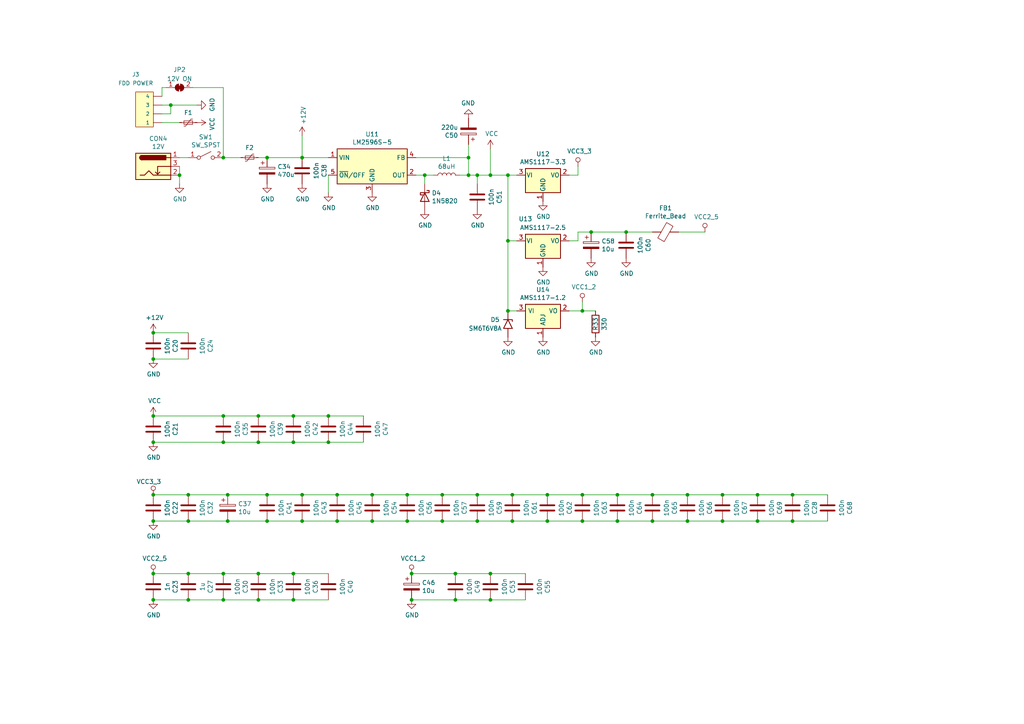
<source format=kicad_sch>
(kicad_sch (version 20250114) (generator "eeschema") (generator_version "9.0")
  (paper "A4")
  (title_block (title "Karabas Pro") (date "2026-02-23") (rev "F a4"))
  (lib_symbols
    (symbol "Connector:Barrel_Jack_Switch" (pin_names (hide yes))
      (property "Reference" "J" (at 0 5.334 0))
      (property "Value" "Barrel_Jack_Switch" (at 0 -5.08 0))
      (symbol "Barrel_Jack_Switch_0_1"
        (rectangle (start -5.08 3.81) (end 5.08 -3.81) (stroke (width 0.254)) (fill (type background)))
        (polyline (pts (xy -3.81 -2.54) (xy -2.54 -2.54) (xy -1.27 -1.27) (xy 0 -2.54) (xy 2.54 -2.54) (xy 5.08 -2.54)) (stroke (width 0.254)))
        (arc (start -3.302 1.905) (mid -3.9342 2.54) (end -3.302 3.175) (stroke (width 0.254)))
        (arc (start -3.302 1.905) (mid -3.9342 2.54) (end -3.302 3.175) (stroke (width 0.254)) (fill (type outline)))
        (polyline (pts (xy 1.27 -2.286) (xy 1.905 -1.651)) (stroke (width 0.254)))
        (rectangle (start 3.683 3.175) (end -3.302 1.905) (stroke (width 0.254)) (fill (type outline)))
        (polyline (pts (xy 5.08 2.54) (xy 3.81 2.54)) (stroke (width 0.254)))
        (polyline (pts (xy 5.08 0) (xy 1.27 0) (xy 1.27 -2.286) (xy 0.635 -1.651)) (stroke (width 0.254)))
      )
      (symbol "Barrel_Jack_Switch_1_1"
        (pin passive line (at 7.62 2.54 180) (length 2.54) (name "~") (number "1"))
        (pin passive line (at 7.62 0 180) (length 2.54) (name "~") (number "3"))
        (pin passive line (at 7.62 -2.54 180) (length 2.54) (name "~") (number "2"))
      )
    )
    (symbol "Device:C" (pin_numbers (hide yes)) (pin_names (offset 0.254))
      (property "Reference" "C" (at 0.635 2.54 0))
      (property "Value" "C" (at 0.635 -2.54 0))
      (symbol "C_0_1"
        (polyline (pts (xy -2.032 0.762) (xy 2.032 0.762)) (stroke (width 0.508)))
        (polyline (pts (xy -2.032 -0.762) (xy 2.032 -0.762)) (stroke (width 0.508)))
      )
      (symbol "C_1_1"
        (pin passive line (at 0 3.81 270) (length 2.794) (name "~") (number "1"))
        (pin passive line (at 0 -3.81 90) (length 2.794) (name "~") (number "2"))
      )
    )
    (symbol "Device:CP" (pin_numbers (hide yes)) (pin_names (offset 0.254))
      (property "Reference" "C" (at 0.635 2.54 0))
      (property "Value" "CP" (at 0.635 -2.54 0))
      (symbol "CP_0_1"
        (rectangle (start -2.286 0.508) (end 2.286 1.016))
        (polyline (pts (xy -1.778 2.286) (xy -0.762 2.286)))
        (polyline (pts (xy -1.27 2.794) (xy -1.27 1.778)))
        (rectangle (start 2.286 -0.508) (end -2.286 -1.016) (fill (type outline)))
      )
      (symbol "CP_1_1"
        (pin passive line (at 0 3.81 270) (length 2.794) (name "~") (number "1"))
        (pin passive line (at 0 -3.81 90) (length 2.794) (name "~") (number "2"))
      )
    )
    (symbol "Device:Ferrite_Bead" (pin_numbers (hide yes)) (pin_names (offset 0))
      (property "Reference" "FB" (at -3.81 0.635 90))
      (property "Value" "Ferrite_Bead" (at 3.81 0 90))
      (symbol "Ferrite_Bead_0_1"
        (polyline (pts (xy -2.7686 0.4064) (xy -1.7018 2.2606) (xy 2.7686 -0.3048) (xy 1.6764 -2.159) (xy -2.7686 0.4064)))
        (polyline (pts (xy 0 1.27) (xy 0 1.2954)))
        (polyline (pts (xy 0 -1.27) (xy 0 -1.2192)))
      )
      (symbol "Ferrite_Bead_1_1"
        (pin passive line (at 0 3.81 270) (length 2.54) (name "~") (number "1"))
        (pin passive line (at 0 -3.81 90) (length 2.54) (name "~") (number "2"))
      )
    )
    (symbol "Device:L" (pin_numbers (hide yes)) (pin_names (offset 1.016) (hide yes))
      (property "Reference" "L" (at -1.27 0 90))
      (property "Value" "L" (at 1.905 0 90))
      (symbol "L_0_1"
        (arc (start 0 2.54) (mid 0.6323 1.905) (end 0 1.27))
        (arc (start 0 1.27) (mid 0.6323 0.635) (end 0 0))
        (arc (start 0 0) (mid 0.6323 -0.635) (end 0 -1.27))
        (arc (start 0 -1.27) (mid 0.6323 -1.905) (end 0 -2.54))
      )
      (symbol "L_1_1"
        (pin passive line (at 0 3.81 270) (length 1.27) (name "1") (number "1"))
        (pin passive line (at 0 -3.81 90) (length 1.27) (name "2") (number "2"))
      )
    )
    (symbol "Device:Polyfuse_Small" (pin_numbers (hide yes)) (pin_names (offset 0))
      (property "Reference" "F" (at -1.905 0 90))
      (property "Value" "Polyfuse_Small" (at 1.905 0 90))
      (symbol "Polyfuse_Small_0_1"
        (polyline (pts (xy -1.016 1.27) (xy -1.016 0.762) (xy 1.016 -0.762) (xy 1.016 -1.27)))
        (rectangle (start -0.508 1.27) (end 0.508 -1.27))
        (polyline (pts (xy 0 2.54) (xy 0 -2.54)))
      )
      (symbol "Polyfuse_Small_1_1"
        (pin passive line (at 0 2.54 270) (length 0.635) (name "~") (number "1"))
        (pin passive line (at 0 -2.54 90) (length 0.635) (name "~") (number "2"))
      )
    )
    (symbol "Device:R" (pin_numbers (hide yes)) (pin_names (offset 0))
      (property "Reference" "R" (at 2.032 0 90))
      (property "Value" "R" (at 0 0 90))
      (symbol "R_0_1"
        (rectangle (start -1.016 -2.54) (end 1.016 2.54) (stroke (width 0.254)))
      )
      (symbol "R_1_1"
        (pin passive line (at 0 3.81 270) (length 1.27) (name "~") (number "1"))
        (pin passive line (at 0 -3.81 90) (length 1.27) (name "~") (number "2"))
      )
    )
    (symbol "Diode:1N5820" (pin_numbers (hide yes)) (pin_names (offset 1.016) (hide yes))
      (property "Reference" "D" (at 0 2.54 0))
      (property "Value" "1N5820" (at 0 -2.54 0))
      (symbol "1N5820_0_1"
        (polyline (pts (xy -1.905 0.635) (xy -1.905 1.27) (xy -1.27 1.27) (xy -1.27 -1.27) (xy -0.635 -1.27) (xy -0.635 -0.635)) (stroke (width 0.254)))
        (polyline (pts (xy 1.27 1.27) (xy 1.27 -1.27) (xy -1.27 0) (xy 1.27 1.27)) (stroke (width 0.254)))
        (polyline (pts (xy 1.27 0) (xy -1.27 0)))
      )
      (symbol "1N5820_1_1"
        (pin passive line (at -3.81 0 0) (length 2.54) (name "K") (number "1"))
        (pin passive line (at 3.81 0 180) (length 2.54) (name "A") (number "2"))
      )
    )
    (symbol "Diode:SM6T6V8A" (pin_numbers (hide yes)) (pin_names (offset 1.016) (hide yes))
      (property "Reference" "D" (at 0 2.54 0))
      (property "Value" "SM6T6V8A" (at 0 -2.54 0))
      (symbol "SM6T6V8A_0_1"
        (polyline (pts (xy -0.762 1.27) (xy -1.27 1.27) (xy -1.27 -1.27)) (stroke (width 0.254)))
        (polyline (pts (xy 1.27 1.27) (xy 1.27 -1.27) (xy -1.27 0) (xy 1.27 1.27)) (stroke (width 0.254)))
      )
      (symbol "SM6T6V8A_1_1"
        (pin passive line (at -3.81 0 0) (length 2.54) (name "A1") (number "1"))
        (pin passive line (at 3.81 0 180) (length 2.54) (name "A2") (number "2"))
      )
    )
    (symbol "Jumper:SolderJumper_2_Bridged" (pin_names (offset 0) (hide yes))
      (property "Reference" "JP" (at 0 2.032 0))
      (property "Value" "SolderJumper_2_Bridged" (at 0 -2.54 0))
      (symbol "SolderJumper_2_Bridged_0_1"
        (rectangle (start -0.508 0.508) (end 0.508 -0.508) (fill (type outline)))
        (polyline (pts (xy -0.254 1.016) (xy -0.254 -1.016)))
        (arc (start -0.254 -1.016) (mid -1.2655 0) (end -0.254 1.016))
        (arc (start -0.254 -1.016) (mid -1.2655 0) (end -0.254 1.016) (fill (type outline)))
        (arc (start 0.254 1.016) (mid 1.2655 0) (end 0.254 -1.016))
        (arc (start 0.254 1.016) (mid 1.2655 0) (end 0.254 -1.016) (fill (type outline)))
        (polyline (pts (xy 0.254 1.016) (xy 0.254 -1.016)))
      )
      (symbol "SolderJumper_2_Bridged_1_1"
        (pin passive line (at -3.81 0 0) (length 2.54) (name "A") (number "1"))
        (pin passive line (at 3.81 0 180) (length 2.54) (name "B") (number "2"))
      )
    )
    (symbol "Regulator_Linear:AMS1117" (pin_names (offset 0.762))
      (property "Reference" "U" (at -3.81 3.175 0))
      (property "Value" "AMS1117" (at 0 3.175 0))
      (symbol "AMS1117_0_1"
        (rectangle (start -5.08 -5.08) (end 5.08 1.905) (stroke (width 0.254)) (fill (type background)))
      )
      (symbol "AMS1117_1_1"
        (pin power_in line (at -7.62 0 0) (length 2.54) (name "VI") (number "3"))
        (pin input line (at 0 -7.62 90) (length 2.54) (name "ADJ") (number "1"))
        (pin power_out line (at 7.62 0 180) (length 2.54) (name "VO") (number "2"))
      )
    )
    (symbol "Regulator_Linear:AMS1117-2.5" (pin_names (offset 0.254))
      (property "Reference" "U" (at -3.81 3.175 0))
      (property "Value" "AMS1117-2.5" (at 0 3.175 0))
      (symbol "AMS1117-2.5_0_1"
        (rectangle (start -5.08 -5.08) (end 5.08 1.905) (stroke (width 0.254)) (fill (type background)))
      )
      (symbol "AMS1117-2.5_1_1"
        (pin power_in line (at -7.62 0 0) (length 2.54) (name "VI") (number "3"))
        (pin power_in line (at 0 -7.62 90) (length 2.54) (name "GND") (number "1"))
        (pin power_out line (at 7.62 0 180) (length 2.54) (name "VO") (number "2"))
      )
    )
    (symbol "Regulator_Linear:AMS1117-3.3" (pin_names (offset 0.254))
      (property "Reference" "U" (at -3.81 3.175 0))
      (property "Value" "AMS1117-3.3" (at 0 3.175 0))
      (symbol "AMS1117-3.3_0_1"
        (rectangle (start -5.08 -5.08) (end 5.08 1.905) (stroke (width 0.254)) (fill (type background)))
      )
      (symbol "AMS1117-3.3_1_1"
        (pin power_in line (at -7.62 0 0) (length 2.54) (name "VI") (number "3"))
        (pin power_in line (at 0 -7.62 90) (length 2.54) (name "GND") (number "1"))
        (pin power_out line (at 7.62 0 180) (length 2.54) (name "VO") (number "2"))
      )
    )
    (symbol "Regulator_Switching:LM2596S-5"
      (property "Reference" "U" (at -10.16 6.35 0))
      (property "Value" "LM2596S-5" (at 0 6.35 0))
      (symbol "LM2596S-5_0_1"
        (rectangle (start -10.16 5.08) (end 10.16 -5.08) (stroke (width 0.254)) (fill (type background)))
      )
      (symbol "LM2596S-5_1_1"
        (pin power_in line (at -12.7 2.54 0) (length 2.54) (name "VIN") (number "1"))
        (pin input line (at -12.7 -2.54 0) (length 2.54) (name "~{ON}/OFF") (number "5"))
        (pin power_in line (at 0 -7.62 90) (length 2.54) (name "GND") (number "3"))
        (pin input line (at 12.7 2.54 180) (length 2.54) (name "FB") (number "4"))
        (pin output line (at 12.7 -2.54 180) (length 2.54) (name "OUT") (number "2"))
      )
    )
    (symbol "SparkFun-Connectors:CONN_04" (pin_numbers (hide yes)) (pin_names (offset 1.016))
      (property "Reference" "J" (at -5.08 10.16 0))
      (property "Value" "CONN_04" (at -5.08 -3.81 0))
      (property "Field4" "CONN-09696" (at 0 13.97 0))
      (symbol "CONN_04_0_1"
        (rectangle (start 0 -1.27) (end -5.08 8.89) (fill (type background)))
      )
      (symbol "CONN_04_1_1"
        (pin passive line (at 2.54 7.62 180) (length 2.54) (name "4") (number "4"))
        (pin passive line (at 2.54 5.08 180) (length 2.54) (name "3") (number "3"))
        (pin passive line (at 2.54 2.54 180) (length 2.54) (name "2") (number "2"))
        (pin passive line (at 2.54 0 180) (length 2.54) (name "1") (number "1"))
      )
    )
    (symbol "Switch:SW_SPST" (pin_names (offset 0) (hide yes))
      (property "Reference" "SW" (at 0 3.175 0))
      (property "Value" "SW_SPST" (at 0 -2.54 0))
      (symbol "SW_SPST_0_0"
        (circle (center -2.032 0) (radius 0.508))
        (polyline (pts (xy -1.524 0.254) (xy 1.524 1.778)))
        (circle (center 2.032 0) (radius 0.508))
      )
      (symbol "SW_SPST_1_1"
        (pin passive line (at -5.08 0 0) (length 2.54) (name "A") (number "1"))
        (pin passive line (at 5.08 0 180) (length 2.54) (name "B") (number "2"))
      )
    )
    (symbol "power:+12V" (power) (pin_names (offset 0))
      (property "Value" "+12V" (at 0 3.556 0))
      (symbol "+12V_0_1"
        (polyline (pts (xy -0.762 1.27) (xy 0 2.54)))
        (polyline (pts (xy 0 2.54) (xy 0.762 1.27)))
        (polyline (pts (xy 0 0) (xy 0 2.54)))
      )
      (symbol "+12V_1_1"
        (pin power_in line (at 0 0 90) (length 0) (hide yes) (name "+12V") (number "1"))
      )
    )
    (symbol "power:GND" (power) (pin_names (offset 0))
      (property "Value" "GND" (at 0 -3.81 0))
      (symbol "GND_0_1"
        (polyline (pts (xy 0 0) (xy 0 -1.27) (xy 1.27 -1.27) (xy 0 -2.54) (xy -1.27 -1.27) (xy 0 -1.27)))
      )
      (symbol "GND_1_1"
        (pin power_in line (at 0 0 270) (length 0) (hide yes) (name "GND") (number "1"))
      )
    )
    (symbol "power:VCC" (power) (pin_names (offset 0))
      (property "Value" "VCC" (at 0 3.81 0))
      (symbol "VCC_0_1"
        (polyline (pts (xy -0.762 1.27) (xy 0 2.54)))
        (polyline (pts (xy 0 2.54) (xy 0.762 1.27)))
        (polyline (pts (xy 0 0) (xy 0 2.54)))
      )
      (symbol "VCC_1_1"
        (pin power_in line (at 0 0 90) (length 0) (hide yes) (name "VCC") (number "1"))
      )
    )
    (symbol "vcc12:VCC1_2" (power) (pin_names (offset 0))
      (property "Value" "VCC1_2" (at 0 3.81 0))
      (symbol "VCC1_2_0_1"
        (circle (center 0 1.905) (radius 0.635))
        (polyline (pts (xy 0 0) (xy 0 1.27)))
      )
      (symbol "VCC1_2_1_1"
        (pin power_in line (at 0 0 90) (length 0) (hide yes) (name "VCC1_2") (number "1"))
      )
    )
    (symbol "vcc25:VCC2_5" (power) (pin_names (offset 0))
      (property "Value" "VCC2_5" (at 0 3.81 0))
      (symbol "VCC2_5_0_1"
        (circle (center 0 1.905) (radius 0.635))
        (polyline (pts (xy 0 0) (xy 0 1.27)))
      )
      (symbol "VCC2_5_1_1"
        (pin power_in line (at 0 0 90) (length 0) (hide yes) (name "VCC2_5") (number "1"))
      )
    )
    (symbol "vcc33:VCC3_3" (power) (pin_names (offset 0))
      (property "Value" "VCC3_3" (at 0 3.81 0))
      (symbol "VCC3_3_0_1"
        (circle (center 0 1.905) (radius 0.635))
        (polyline (pts (xy 0 0) (xy 0 1.27)))
      )
      (symbol "VCC3_3_1_1"
        (pin power_in line (at 0 0 90) (length 0) (hide yes) (name "VCC3_3") (number "1"))
      )
    )
  )
  (junction (at 85.09 120.65))
  (junction (at 171.45 67.31))
  (junction (at 95.25 128.27))
  (junction (at 147.32 90.17))
  (junction (at 158.75 143.51))
  (junction (at 44.45 151.13))
  (junction (at 229.87 151.13))
  (junction (at 119.38 166.37))
  (junction (at 148.59 143.51))
  (junction (at 179.07 143.51))
  (junction (at 229.87 143.51))
  (junction (at 189.23 151.13))
  (junction (at 209.55 151.13))
  (junction (at 54.61 173.99))
  (junction (at 135.89 50.8))
  (junction (at 219.71 151.13))
  (junction (at 189.23 143.51))
  (junction (at 77.47 143.51))
  (junction (at 168.91 90.17))
  (junction (at 181.61 67.31))
  (junction (at 118.11 143.51))
  (junction (at 54.61 151.13))
  (junction (at 128.27 143.51))
  (junction (at 132.08 166.37))
  (junction (at 87.63 45.72))
  (junction (at 138.43 50.8))
  (junction (at 64.77 166.37))
  (junction (at 142.24 50.8))
  (junction (at 85.09 128.27))
  (junction (at 199.39 151.13))
  (junction (at 64.77 45.72))
  (junction (at 74.93 166.37))
  (junction (at 158.75 151.13))
  (junction (at 44.45 104.14))
  (junction (at 64.77 173.99))
  (junction (at 135.89 45.72))
  (junction (at 44.45 120.65))
  (junction (at 49.53 30.48))
  (junction (at 123.19 50.8))
  (junction (at 74.93 120.65))
  (junction (at 54.61 143.51))
  (junction (at 44.45 143.51))
  (junction (at 87.63 151.13))
  (junction (at 74.93 128.27))
  (junction (at 44.45 96.52))
  (junction (at 77.47 45.72))
  (junction (at 179.07 151.13))
  (junction (at 168.91 151.13))
  (junction (at 219.71 143.51))
  (junction (at 97.79 151.13))
  (junction (at 147.32 69.85))
  (junction (at 87.63 143.51))
  (junction (at 209.55 143.51))
  (junction (at 119.38 173.99))
  (junction (at 64.77 128.27))
  (junction (at 142.24 173.99))
  (junction (at 85.09 166.37))
  (junction (at 44.45 166.37))
  (junction (at 148.59 151.13))
  (junction (at 132.08 173.99))
  (junction (at 128.27 151.13))
  (junction (at 147.32 50.8))
  (junction (at 199.39 143.51))
  (junction (at 95.25 120.65))
  (junction (at 97.79 143.51))
  (junction (at 138.43 143.51))
  (junction (at 66.04 151.13))
  (junction (at 54.61 166.37))
  (junction (at 118.11 151.13))
  (junction (at 64.77 120.65))
  (junction (at 74.93 173.99))
  (junction (at 77.47 151.13))
  (junction (at 168.91 143.51))
  (junction (at 138.43 151.13))
  (junction (at 66.04 143.51))
  (junction (at 107.95 143.51))
  (junction (at 142.24 166.37))
  (junction (at 52.07 50.8))
  (junction (at 44.45 173.99))
  (junction (at 85.09 173.99))
  (junction (at 107.95 151.13))
  (junction (at 44.45 128.27))
  (wire (pts (xy 74.93 120.65) (xy 85.09 120.65)))
  (wire (pts (xy 148.59 143.51) (xy 158.75 143.51)))
  (wire (pts (xy 147.32 50.8) (xy 149.86 50.8)))
  (wire (pts (xy 152.4 173.99) (xy 142.24 173.99)))
  (wire (pts (xy 85.09 173.99) (xy 74.93 173.99)))
  (wire (pts (xy 49.53 33.02) (xy 49.53 30.48)))
  (wire (pts (xy 128.27 143.51) (xy 138.43 143.51)))
  (wire (pts (xy 64.77 166.37) (xy 74.93 166.37)))
  (wire (pts (xy 44.45 143.51) (xy 54.61 143.51)))
  (wire (pts (xy 123.19 53.34) (xy 123.19 50.8)))
  (wire (pts (xy 179.07 143.51) (xy 168.91 143.51)))
  (wire (pts (xy 133.35 50.8) (xy 135.89 50.8)))
  (wire (pts (xy 54.61 96.52) (xy 44.45 96.52)))
  (wire (pts (xy 107.95 143.51) (xy 118.11 143.51)))
  (wire (pts (xy 64.77 128.27) (xy 74.93 128.27)))
  (wire (pts (xy 54.61 166.37) (xy 64.77 166.37)))
  (wire (pts (xy 199.39 151.13) (xy 189.23 151.13)))
  (wire (pts (xy 128.27 151.13) (xy 118.11 151.13)))
  (wire (pts (xy 44.45 120.65) (xy 64.77 120.65)))
  (wire (pts (xy 199.39 143.51) (xy 189.23 143.51)))
  (wire (pts (xy 54.61 173.99) (xy 64.77 173.99)))
  (wire (pts (xy 46.99 30.48) (xy 49.53 30.48)))
  (wire (pts (xy 85.09 128.27) (xy 74.93 128.27)))
  (wire (pts (xy 135.89 41.91) (xy 135.89 45.72)))
  (wire (pts (xy 132.08 166.37) (xy 142.24 166.37)))
  (wire (pts (xy 171.45 67.31) (xy 181.61 67.31)))
  (wire (pts (xy 149.86 69.85) (xy 147.32 69.85)))
  (wire (pts (xy 85.09 120.65) (xy 95.25 120.65)))
  (wire (pts (xy 95.25 50.8) (xy 95.25 55.88)))
  (wire (pts (xy 147.32 90.17) (xy 147.32 69.85)))
  (wire (pts (xy 87.63 143.51) (xy 97.79 143.51)))
  (wire (pts (xy 219.71 143.51) (xy 229.87 143.51)))
  (wire (pts (xy 189.23 151.13) (xy 179.07 151.13)))
  (wire (pts (xy 209.55 143.51) (xy 199.39 143.51)))
  (wire (pts (xy 165.1 50.8) (xy 167.64 50.8)))
  (wire (pts (xy 148.59 151.13) (xy 158.75 151.13)))
  (wire (pts (xy 167.64 69.85) (xy 167.64 67.31)))
  (wire (pts (xy 118.11 143.51) (xy 128.27 143.51)))
  (wire (pts (xy 172.72 90.17) (xy 168.91 90.17)))
  (wire (pts (xy 46.99 33.02) (xy 49.53 33.02)))
  (wire (pts (xy 209.55 151.13) (xy 199.39 151.13)))
  (wire (pts (xy 44.45 151.13) (xy 54.61 151.13)))
  (wire (pts (xy 209.55 143.51) (xy 219.71 143.51)))
  (wire (pts (xy 142.24 166.37) (xy 152.4 166.37)))
  (wire (pts (xy 138.43 50.8) (xy 142.24 50.8)))
  (wire (pts (xy 77.47 143.51) (xy 87.63 143.51)))
  (wire (pts (xy 119.38 166.37) (xy 132.08 166.37)))
  (wire (pts (xy 52.07 45.72) (xy 54.61 45.72)))
  (wire (pts (xy 55.88 25.4) (xy 64.77 25.4)))
  (wire (pts (xy 165.1 90.17) (xy 168.91 90.17)))
  (wire (pts (xy 168.91 151.13) (xy 158.75 151.13)))
  (wire (pts (xy 49.53 30.48) (xy 57.15 30.48)))
  (wire (pts (xy 44.45 128.27) (xy 64.77 128.27)))
  (wire (pts (xy 44.45 173.99) (xy 54.61 173.99)))
  (wire (pts (xy 46.99 25.4) (xy 46.99 27.94)))
  (wire (pts (xy 167.64 50.8) (xy 167.64 48.26)))
  (wire (pts (xy 87.63 39.37) (xy 87.63 45.72)))
  (wire (pts (xy 135.89 45.72) (xy 135.89 50.8)))
  (wire (pts (xy 87.63 151.13) (xy 97.79 151.13)))
  (wire (pts (xy 147.32 69.85) (xy 147.32 50.8)))
  (wire (pts (xy 66.04 143.51) (xy 77.47 143.51)))
  (wire (pts (xy 52.07 50.8) (xy 52.07 53.34)))
  (wire (pts (xy 95.25 120.65) (xy 105.41 120.65)))
  (wire (pts (xy 54.61 104.14) (xy 44.45 104.14)))
  (wire (pts (xy 189.23 143.51) (xy 179.07 143.51)))
  (wire (pts (xy 196.85 67.31) (xy 204.47 67.31)))
  (wire (pts (xy 229.87 143.51) (xy 240.03 143.51)))
  (wire (pts (xy 219.71 151.13) (xy 229.87 151.13)))
  (wire (pts (xy 44.45 166.37) (xy 54.61 166.37)))
  (wire (pts (xy 77.47 45.72) (xy 87.63 45.72)))
  (wire (pts (xy 54.61 143.51) (xy 66.04 143.51)))
  (wire (pts (xy 48.26 25.4) (xy 46.99 25.4)))
  (wire (pts (xy 142.24 50.8) (xy 147.32 50.8)))
  (wire (pts (xy 165.1 69.85) (xy 167.64 69.85)))
  (wire (pts (xy 149.86 90.17) (xy 147.32 90.17)))
  (wire (pts (xy 229.87 151.13) (xy 240.03 151.13)))
  (wire (pts (xy 87.63 45.72) (xy 95.25 45.72)))
  (wire (pts (xy 120.65 45.72) (xy 135.89 45.72)))
  (wire (pts (xy 74.93 45.72) (xy 77.47 45.72)))
  (wire (pts (xy 97.79 143.51) (xy 107.95 143.51)))
  (wire (pts (xy 52.07 48.26) (xy 52.07 50.8)))
  (wire (pts (xy 179.07 151.13) (xy 168.91 151.13)))
  (wire (pts (xy 209.55 151.13) (xy 219.71 151.13)))
  (wire (pts (xy 69.85 45.72) (xy 64.77 45.72)))
  (wire (pts (xy 64.77 120.65) (xy 74.93 120.65)))
  (wire (pts (xy 46.99 35.56) (xy 52.07 35.56)))
  (wire (pts (xy 85.09 166.37) (xy 95.25 166.37)))
  (wire (pts (xy 168.91 90.17) (xy 168.91 87.63)))
  (wire (pts (xy 138.43 53.34) (xy 138.43 50.8)))
  (wire (pts (xy 97.79 151.13) (xy 107.95 151.13)))
  (wire (pts (xy 148.59 151.13) (xy 138.43 151.13)))
  (wire (pts (xy 132.08 173.99) (xy 119.38 173.99)))
  (wire (pts (xy 181.61 67.31) (xy 189.23 67.31)))
  (wire (pts (xy 118.11 151.13) (xy 107.95 151.13)))
  (wire (pts (xy 95.25 128.27) (xy 105.41 128.27)))
  (wire (pts (xy 77.47 151.13) (xy 87.63 151.13)))
  (wire (pts (xy 74.93 166.37) (xy 85.09 166.37)))
  (wire (pts (xy 168.91 143.51) (xy 158.75 143.51)))
  (wire (pts (xy 95.25 173.99) (xy 85.09 173.99)))
  (wire (pts (xy 142.24 173.99) (xy 132.08 173.99)))
  (wire (pts (xy 120.65 50.8) (xy 123.19 50.8)))
  (wire (pts (xy 66.04 151.13) (xy 77.47 151.13)))
  (wire (pts (xy 138.43 151.13) (xy 128.27 151.13)))
  (wire (pts (xy 167.64 67.31) (xy 171.45 67.31)))
  (wire (pts (xy 123.19 50.8) (xy 125.73 50.8)))
  (wire (pts (xy 138.43 143.51) (xy 148.59 143.51)))
  (wire (pts (xy 74.93 173.99) (xy 64.77 173.99)))
  (wire (pts (xy 135.89 50.8) (xy 138.43 50.8)))
  (wire (pts (xy 142.24 43.18) (xy 142.24 50.8)))
  (wire (pts (xy 95.25 128.27) (xy 85.09 128.27)))
  (wire (pts (xy 64.77 25.4) (xy 64.77 45.72)))
  (wire (pts (xy 54.61 151.13) (xy 66.04 151.13)))
  (symbol (lib_id "Jumper:SolderJumper_2_Bridged") (at 52.07 25.4 0) (unit 1)
    (property "Reference" "JP2" (at 52.07 20.193 0))
    (property "Value" "12V ON" (at 52.07 22.86 0))
    (property "Footprint" "Jumper:SolderJumper-2_P1.3mm_Bridged_Pad1.0x1.5mm" (effects (hide yes)))
  )
  (symbol (lib_id "Device:C") (at 179.07 147.32 0) (unit 1)
    (property "Reference" "C64" (at 185.4708 147.32 90))
    (property "Value" "100n" (at 183.1594 147.32 90))
    (property "Footprint" "Capacitor_SMD:C_0805_2012Metric_Pad1.18x1.45mm_HandSolder" (effects (hide yes)))
  )
  (symbol (lib_id "Device:Polyfuse_Small") (at 72.39 45.72 90) (unit 1)
    (property "Reference" "F2" (at 72.39 42.8498 90))
    (property "Value" "Polyfuse_Small" (effects (hide yes)))
    (property "Footprint" "Fuse:Fuse_1812_4532Metric_Pad1.30x3.40mm_HandSolder" (effects (hide yes)))
  )
  (symbol (lib_id "power:GND") (at 119.38 173.99 0) (unit 1)
    (property "Reference" "#PWR098" (effects (hide yes)))
    (property "Value" "GND" (at 119.507 178.3842 0))
  )
  (symbol (lib_id "vcc25:VCC2_5") (at 204.47 67.31 0) (unit 1)
    (property "Reference" "#PWR0112" (effects (hide yes)))
    (property "Value" "VCC2_5" (at 204.9018 62.9158 0))
  )
  (symbol (lib_id "power:VCC") (at 44.45 120.65 0) (unit 1)
    (property "Reference" "#PWR083" (effects (hide yes)))
    (property "Value" "VCC" (at 44.831 116.2558 0))
  )
  (symbol (lib_id "vcc12:VCC1_2") (at 168.91 87.63 0) (unit 1)
    (property "Reference" "#PWR0108" (effects (hide yes)))
    (property "Value" "VCC1_2" (at 169.3418 83.2358 0))
  )
  (symbol (lib_id "Device:CP") (at 66.04 147.32 0) (unit 1)
    (property "Reference" "C37" (at 69.0372 146.1516 0) (effects (justify left)))
    (property "Value" "10u" (at 69.0372 148.463 0) (effects (justify left)))
    (property "Footprint" "footprints:CP_EIA-7343-31_Kemet-D-uni" (effects (hide yes)))
  )
  (symbol (lib_id "Device:C") (at 44.45 100.33 0) (unit 1)
    (property "Reference" "C20" (at 50.8508 100.33 90))
    (property "Value" "100n" (at 48.5394 100.33 90))
    (property "Footprint" "Capacitor_SMD:C_0805_2012Metric_Pad1.18x1.45mm_HandSolder" (effects (hide yes)))
  )
  (symbol (lib_id "power:VCC") (at 57.15 35.56 270) (unit 1)
    (property "Reference" "#PWR091" (effects (hide yes)))
    (property "Value" "VCC" (at 61.5442 35.941 0))
  )
  (symbol (lib_id "vcc33:VCC3_3") (at 44.45 143.51 0) (unit 1)
    (property "Reference" "#PWR085" (effects (hide yes)))
    (property "Value" "VCC3_3" (at 43.18 139.7 0))
  )
  (symbol (lib_id "Device:C") (at 181.61 71.12 0) (unit 1)
    (property "Reference" "C60" (at 188.0108 71.12 90))
    (property "Value" "100n" (at 185.6994 71.12 90))
    (property "Footprint" "Capacitor_SMD:C_0805_2012Metric_Pad1.18x1.45mm_HandSolder" (effects (hide yes)))
  )
  (symbol (lib_id "power:GND") (at 107.95 55.88 0) (unit 1)
    (property "Reference" "#PWR096" (effects (hide yes)))
    (property "Value" "GND" (at 108.077 60.2742 0))
  )
  (symbol (lib_id "Device:C") (at 158.75 147.32 0) (unit 1)
    (property "Reference" "C62" (at 165.1508 147.32 90))
    (property "Value" "100n" (at 162.8394 147.32 90))
    (property "Footprint" "Capacitor_SMD:C_0805_2012Metric_Pad1.18x1.45mm_HandSolder" (effects (hide yes)))
  )
  (symbol (lib_id "power:+12V") (at 87.63 39.37 0) (unit 1)
    (property "Reference" "#PWR093" (effects (hide yes)))
    (property "Value" "+12V" (at 88.011 36.1188 90) (effects (justify left)))
  )
  (symbol (lib_id "Device:C") (at 54.61 170.18 0) (unit 1)
    (property "Reference" "C27" (at 61.0108 170.18 90))
    (property "Value" "1u" (at 58.6994 170.18 90))
    (property "Footprint" "Capacitor_SMD:C_0805_2012Metric_Pad1.18x1.45mm_HandSolder" (effects (hide yes)))
  )
  (symbol (lib_id "power:GND") (at 44.45 104.14 0) (unit 1)
    (property "Reference" "#PWR082" (effects (hide yes)))
    (property "Value" "GND" (at 44.577 108.5342 0))
  )
  (symbol (lib_id "Regulator_Switching:LM2596S-5") (at 107.95 48.26 0) (unit 1)
    (property "Reference" "U11" (at 107.95 38.9382 0))
    (property "Value" "LM2596S-5" (at 107.95 41.2496 0))
    (property "Footprint" "Package_TO_SOT_SMD:TO-263-5_TabPin3" (effects (hide yes)))
    (property "Datasheet" "http://www.ti.com/lit/ds/symlink/lm2596.pdf" (effects (hide yes)))
  )
  (symbol (lib_id "power:GND") (at 87.63 53.34 0) (unit 1)
    (property "Reference" "#PWR094" (effects (hide yes)))
    (property "Value" "GND" (at 87.757 57.7342 0))
  )
  (symbol (lib_id "Connector:Barrel_Jack_Switch") (at 44.45 48.26 0) (unit 1)
    (property "Reference" "CON4" (at 45.8978 40.2082 0))
    (property "Value" "12V" (at 45.8978 42.5196 0))
    (property "Footprint" "Connector_BarrelJack:BarrelJack_Wuerth_6941xx301002" (effects (hide yes)))
  )
  (symbol (lib_id "Device:C") (at 142.24 170.18 0) (unit 1)
    (property "Reference" "C53" (at 148.6408 170.18 90))
    (property "Value" "100n" (at 146.3294 170.18 90))
    (property "Footprint" "Capacitor_SMD:C_0805_2012Metric_Pad1.18x1.45mm_HandSolder" (effects (hide yes)))
  )
  (symbol (lib_id "Device:C") (at 74.93 170.18 0) (unit 1)
    (property "Reference" "C33" (at 81.3308 170.18 90))
    (property "Value" "100n" (at 79.0194 170.18 90))
    (property "Footprint" "Capacitor_SMD:C_0805_2012Metric_Pad1.18x1.45mm_HandSolder" (effects (hide yes)))
  )
  (symbol (lib_id "Device:Polyfuse_Small") (at 54.61 35.56 90) (unit 1)
    (property "Reference" "F1" (at 54.61 32.6898 90))
    (property "Value" "Polyfuse_Small" (effects (hide yes)))
    (property "Footprint" "Fuse:Fuse_1812_4532Metric_Pad1.30x3.40mm_HandSolder" (effects (hide yes)))
  )
  (symbol (lib_id "Device:C") (at 118.11 147.32 0) (unit 1)
    (property "Reference" "C56" (at 124.5108 147.32 90))
    (property "Value" "100n" (at 122.1994 147.32 90))
    (property "Footprint" "Capacitor_SMD:C_0805_2012Metric_Pad1.18x1.45mm_HandSolder" (effects (hide yes)))
  )
  (symbol (lib_id "Device:L") (at 129.54 50.8 90) (unit 1)
    (property "Reference" "L1" (at 129.54 45.974 90))
    (property "Value" "68uH" (at 129.54 48.2854 90))
    (property "Footprint" "Inductor_SMD:L_12x12mm_H6mm" (effects (hide yes)))
  )
  (symbol (lib_id "power:GND") (at 95.25 55.88 0) (unit 1)
    (property "Reference" "#PWR095" (effects (hide yes)))
    (property "Value" "GND" (at 95.377 60.2742 0))
  )
  (symbol (lib_id "Device:C") (at 87.63 147.32 0) (unit 1)
    (property "Reference" "C43" (at 94.0308 147.32 90))
    (property "Value" "100n" (at 91.7194 147.32 90))
    (property "Footprint" "Capacitor_SMD:C_0805_2012Metric_Pad1.18x1.45mm_HandSolder" (effects (hide yes)))
  )
  (symbol (lib_id "Regulator_Linear:AMS1117-3.3") (at 157.48 50.8 0) (unit 1)
    (property "Reference" "U12" (at 157.48 44.6532 0))
    (property "Value" "AMS1117-3.3" (at 157.48 46.9646 0))
    (property "Footprint" "Package_TO_SOT_SMD:TO-252-2" (effects (hide yes)))
    (property "Datasheet" "http://www.advanced-monolithic.com/pdf/ds1117.pdf" (effects (hide yes)))
  )
  (symbol (lib_id "Device:C") (at 44.45 170.18 0) (unit 1)
    (property "Reference" "C23" (at 50.8508 170.18 90))
    (property "Value" "1n" (at 48.5394 170.18 90))
    (property "Footprint" "Capacitor_SMD:C_0805_2012Metric_Pad1.18x1.45mm_HandSolder" (effects (hide yes)))
  )
  (symbol (lib_id "SparkFun-Connectors:CONN_04") (at 44.45 35.56 0) (unit 1)
    (property "Reference" "J3" (at 39.37 21.59 0) (effects (font (size 1.143 1.143))))
    (property "Value" "FDD POWER" (at 39.37 24.13 0) (effects (font (size 1.143 1.143))))
    (property "Footprint" "Connector_PinHeader_2.54mm:PinHeader_1x04_P2.54mm_Vertical" (effects (hide yes)))
    (property "Field4" "CONN-09696" (effects (hide yes)))
  )
  (symbol (lib_id "power:GND") (at 44.45 128.27 0) (unit 1)
    (property "Reference" "#PWR084" (effects (hide yes)))
    (property "Value" "GND" (at 44.577 132.6642 0))
  )
  (symbol (lib_id "power:GND") (at 147.32 97.79 0) (unit 1)
    (property "Reference" "#PWR0103" (effects (hide yes)))
    (property "Value" "GND" (at 147.447 102.1842 0))
  )
  (symbol (lib_id "Regulator_Linear:AMS1117") (at 157.48 90.17 0) (unit 1)
    (property "Reference" "U14" (at 157.48 84.0232 0))
    (property "Value" "AMS1117-1.2" (at 157.48 86.3346 0))
    (property "Footprint" "Package_TO_SOT_SMD:SOT-223-3_TabPin2" (effects (hide yes)))
    (property "Datasheet" "http://www.advanced-monolithic.com/pdf/ds1117.pdf" (effects (hide yes)))
  )
  (symbol (lib_id "Device:C") (at 64.77 124.46 0) (unit 1)
    (property "Reference" "C35" (at 71.1708 124.46 90))
    (property "Value" "100n" (at 68.8594 124.46 90))
    (property "Footprint" "Capacitor_SMD:C_0805_2012Metric_Pad1.18x1.45mm_HandSolder" (effects (hide yes)))
  )
  (symbol (lib_id "Device:C") (at 85.09 170.18 0) (unit 1)
    (property "Reference" "C36" (at 91.4908 170.18 90))
    (property "Value" "100n" (at 89.1794 170.18 90))
    (property "Footprint" "Capacitor_SMD:C_0805_2012Metric_Pad1.18x1.45mm_HandSolder" (effects (hide yes)))
  )
  (symbol (lib_id "power:GND") (at 57.15 30.48 90) (unit 1)
    (property "Reference" "#PWR090" (effects (hide yes)))
    (property "Value" "GND" (at 61.5442 30.353 0))
  )
  (symbol (lib_id "power:GND") (at 157.48 97.79 0) (unit 1)
    (property "Reference" "#PWR0106" (effects (hide yes)))
    (property "Value" "GND" (at 157.607 102.1842 0))
  )
  (symbol (lib_id "Device:C") (at 209.55 147.32 0) (unit 1)
    (property "Reference" "C67" (at 215.9508 147.32 90))
    (property "Value" "100n" (at 213.6394 147.32 90))
    (property "Footprint" "Capacitor_SMD:C_0805_2012Metric_Pad1.18x1.45mm_HandSolder" (effects (hide yes)))
  )
  (symbol (lib_id "vcc12:VCC1_2") (at 119.38 166.37 0) (unit 1)
    (property "Reference" "#PWR097" (effects (hide yes)))
    (property "Value" "VCC1_2" (at 119.8118 161.9758 0))
  )
  (symbol (lib_id "Device:C") (at 229.87 147.32 0) (unit 1)
    (property "Reference" "C28" (at 236.2708 147.32 90))
    (property "Value" "100n" (at 233.9594 147.32 90))
    (property "Footprint" "Capacitor_SMD:C_0805_2012Metric_Pad1.18x1.45mm_HandSolder" (effects (hide yes)))
  )
  (symbol (lib_id "power:+12V") (at 44.45 96.52 0) (unit 1)
    (property "Reference" "#PWR081" (effects (hide yes)))
    (property "Value" "+12V" (at 44.831 92.1258 0))
  )
  (symbol (lib_id "power:GND") (at 157.48 58.42 0) (unit 1)
    (property "Reference" "#PWR0104" (effects (hide yes)))
    (property "Value" "GND" (at 157.607 62.8142 0))
  )
  (symbol (lib_id "Device:C") (at 54.61 100.33 0) (unit 1)
    (property "Reference" "C24" (at 61.0108 100.33 90))
    (property "Value" "100n" (at 58.6994 100.33 90))
    (property "Footprint" "Capacitor_SMD:C_0805_2012Metric_Pad1.18x1.45mm_HandSolder" (effects (hide yes)))
  )
  (symbol (lib_id "Regulator_Linear:AMS1117-2.5") (at 157.48 69.85 0) (unit 1)
    (property "Reference" "U13" (at 152.4 63.5 0))
    (property "Value" "AMS1117-2.5" (at 157.48 66.0146 0))
    (property "Footprint" "Package_TO_SOT_SMD:SOT-223-3_TabPin2" (effects (hide yes)))
    (property "Datasheet" "http://www.advanced-monolithic.com/pdf/ds1117.pdf" (effects (hide yes)))
  )
  (symbol (lib_id "power:VCC") (at 142.24 43.18 0) (unit 1)
    (property "Reference" "#PWR0102" (effects (hide yes)))
    (property "Value" "VCC" (at 142.621 38.7858 0))
  )
  (symbol (lib_id "Device:C") (at 128.27 147.32 0) (unit 1)
    (property "Reference" "C57" (at 134.6708 147.32 90))
    (property "Value" "100n" (at 132.3594 147.32 90))
    (property "Footprint" "Capacitor_SMD:C_0805_2012Metric_Pad1.18x1.45mm_HandSolder" (effects (hide yes)))
  )
  (symbol (lib_id "Device:C") (at 199.39 147.32 0) (unit 1)
    (property "Reference" "C66" (at 205.7908 147.32 90))
    (property "Value" "100n" (at 203.4794 147.32 90))
    (property "Footprint" "Capacitor_SMD:C_0805_2012Metric_Pad1.18x1.45mm_HandSolder" (effects (hide yes)))
  )
  (symbol (lib_id "Device:C") (at 107.95 147.32 0) (unit 1)
    (property "Reference" "C54" (at 114.3508 147.32 90))
    (property "Value" "100n" (at 112.0394 147.32 90))
    (property "Footprint" "Capacitor_SMD:C_0805_2012Metric_Pad1.18x1.45mm_HandSolder" (effects (hide yes)))
  )
  (symbol (lib_id "Device:C") (at 87.63 49.53 0) (unit 1)
    (property "Reference" "C38" (at 94.0308 49.53 90))
    (property "Value" "100n" (at 91.7194 49.53 90))
    (property "Footprint" "Capacitor_SMD:C_0805_2012Metric_Pad1.18x1.45mm_HandSolder" (effects (hide yes)))
  )
  (symbol (lib_id "Device:Ferrite_Bead") (at 193.04 67.31 90) (unit 1)
    (property "Reference" "FB1" (at 193.04 60.3504 90))
    (property "Value" "Ferrite_Bead" (at 193.04 62.6618 90))
    (property "Footprint" "Inductor_SMD:L_0805_2012Metric_Pad1.15x1.40mm_HandSolder" (effects (hide yes)))
  )
  (symbol (lib_id "Device:C") (at 138.43 57.15 0) (unit 1)
    (property "Reference" "C51" (at 144.8308 57.15 90))
    (property "Value" "100n" (at 142.5194 57.15 90))
    (property "Footprint" "Capacitor_SMD:C_0805_2012Metric_Pad1.18x1.45mm_HandSolder" (effects (hide yes)))
  )
  (symbol (lib_id "Device:CP") (at 171.45 71.12 0) (unit 1)
    (property "Reference" "C58" (at 174.4472 69.9516 0) (effects (justify left)))
    (property "Value" "10u" (at 174.4472 72.263 0) (effects (justify left)))
    (property "Footprint" "footprints:CP_EIA-7343-31_Kemet-D-uni" (effects (hide yes)))
  )
  (symbol (lib_id "Device:C") (at 64.77 170.18 0) (unit 1)
    (property "Reference" "C30" (at 71.1708 170.18 90))
    (property "Value" "100n" (at 68.8594 170.18 90))
    (property "Footprint" "Capacitor_SMD:C_0805_2012Metric_Pad1.18x1.45mm_HandSolder" (effects (hide yes)))
  )
  (symbol (lib_id "Device:C") (at 132.08 170.18 0) (unit 1)
    (property "Reference" "C49" (at 138.4808 170.18 90))
    (property "Value" "100n" (at 136.1694 170.18 90))
    (property "Footprint" "Capacitor_SMD:C_0805_2012Metric_Pad1.18x1.45mm_HandSolder" (effects (hide yes)))
  )
  (symbol (lib_id "power:GND") (at 44.45 173.99 0) (unit 1)
    (property "Reference" "#PWR088" (effects (hide yes)))
    (property "Value" "GND" (at 44.577 178.3842 0))
  )
  (symbol (lib_id "power:GND") (at 157.48 77.47 0) (unit 1)
    (property "Reference" "#PWR0105" (effects (hide yes)))
    (property "Value" "GND" (at 157.607 81.8642 0))
  )
  (symbol (lib_id "Switch:SW_SPST") (at 59.69 45.72 0) (unit 1)
    (property "Reference" "SW1" (at 59.69 39.751 0))
    (property "Value" "SW_SPST" (at 59.69 42.0624 0))
    (property "Footprint" "Button_Switch_THT:SW_Slide_SPDT_Angled_CK_OS102011MA1Q" (effects (hide yes)))
  )
  (symbol (lib_id "Device:CP") (at 77.47 49.53 0) (unit 1)
    (property "Reference" "C34" (at 80.4672 48.3616 0) (effects (justify left)))
    (property "Value" "470u" (at 80.4672 50.673 0) (effects (justify left)))
    (property "Footprint" "Capacitor_THT:CP_Radial_D8.0mm_P3.80mm" (effects (hide yes)))
  )
  (symbol (lib_id "power:GND") (at 171.45 74.93 0) (unit 1)
    (property "Reference" "#PWR0109" (effects (hide yes)))
    (property "Value" "GND" (at 171.577 79.3242 0))
  )
  (symbol (lib_id "Device:C") (at 219.71 147.32 0) (unit 1)
    (property "Reference" "C69" (at 226.1108 147.32 90))
    (property "Value" "100n" (at 223.7994 147.32 90))
    (property "Footprint" "Capacitor_SMD:C_0805_2012Metric_Pad1.18x1.45mm_HandSolder" (effects (hide yes)))
  )
  (symbol (lib_id "power:GND") (at 181.61 74.93 0) (unit 1)
    (property "Reference" "#PWR0111" (effects (hide yes)))
    (property "Value" "GND" (at 181.737 79.3242 0))
  )
  (symbol (lib_id "Device:C") (at 95.25 170.18 0) (unit 1)
    (property "Reference" "C40" (at 101.6508 170.18 90))
    (property "Value" "100n" (at 99.3394 170.18 90))
    (property "Footprint" "Capacitor_SMD:C_0805_2012Metric_Pad1.18x1.45mm_HandSolder" (effects (hide yes)))
  )
  (symbol (lib_id "Device:C") (at 77.47 147.32 0) (unit 1)
    (property "Reference" "C41" (at 83.8708 147.32 90))
    (property "Value" "100n" (at 81.5594 147.32 90))
    (property "Footprint" "Capacitor_SMD:C_0805_2012Metric_Pad1.18x1.45mm_HandSolder" (effects (hide yes)))
  )
  (symbol (lib_id "Diode:1N5820") (at 123.19 57.15 270) (unit 1)
    (property "Reference" "D4" (at 125.222 55.9816 90) (effects (justify left)))
    (property "Value" "1N5820" (at 125.222 58.293 90) (effects (justify left)))
    (property "Footprint" "Diode_THT:D_DO-201AD_P15.24mm_Horizontal" (effects (hide yes)))
    (property "Datasheet" "http://www.vishay.com/docs/88526/1n5820.pdf" (effects (hide yes)))
  )
  (symbol (lib_id "Device:C") (at 148.59 147.32 0) (unit 1)
    (property "Reference" "C61" (at 154.9908 147.32 90))
    (property "Value" "100n" (at 152.6794 147.32 90))
    (property "Footprint" "Capacitor_SMD:C_0805_2012Metric_Pad1.18x1.45mm_HandSolder" (effects (hide yes)))
  )
  (symbol (lib_id "Device:C") (at 105.41 124.46 0) (unit 1)
    (property "Reference" "C47" (at 111.8108 124.46 90))
    (property "Value" "100n" (at 109.4994 124.46 90))
    (property "Footprint" "Capacitor_SMD:C_0805_2012Metric_Pad1.18x1.45mm_HandSolder" (effects (hide yes)))
  )
  (symbol (lib_id "Device:C") (at 95.25 124.46 0) (unit 1)
    (property "Reference" "C44" (at 101.6508 124.46 90))
    (property "Value" "100n" (at 99.3394 124.46 90))
    (property "Footprint" "Capacitor_SMD:C_0805_2012Metric_Pad1.18x1.45mm_HandSolder" (effects (hide yes)))
  )
  (symbol (lib_id "Device:C") (at 168.91 147.32 0) (unit 1)
    (property "Reference" "C63" (at 175.3108 147.32 90))
    (property "Value" "100n" (at 172.9994 147.32 90))
    (property "Footprint" "Capacitor_SMD:C_0805_2012Metric_Pad1.18x1.45mm_HandSolder" (effects (hide yes)))
  )
  (symbol (lib_id "Device:C") (at 74.93 124.46 0) (unit 1)
    (property "Reference" "C39" (at 81.3308 124.46 90))
    (property "Value" "100n" (at 79.0194 124.46 90))
    (property "Footprint" "Capacitor_SMD:C_0805_2012Metric_Pad1.18x1.45mm_HandSolder" (effects (hide yes)))
  )
  (symbol (lib_id "Device:C") (at 44.45 147.32 0) (unit 1)
    (property "Reference" "C22" (at 50.8508 147.32 90))
    (property "Value" "100n" (at 48.5394 147.32 90))
    (property "Footprint" "Capacitor_SMD:C_0805_2012Metric_Pad1.18x1.45mm_HandSolder" (effects (hide yes)))
  )
  (symbol (lib_id "vcc33:VCC3_3") (at 167.64 48.26 0) (unit 1)
    (property "Reference" "#PWR0107" (effects (hide yes)))
    (property "Value" "VCC3_3" (at 168.0718 43.8658 0))
  )
  (symbol (lib_id "power:GND") (at 135.89 34.29 180) (unit 1)
    (property "Reference" "#PWR0100" (effects (hide yes)))
    (property "Value" "GND" (at 135.763 29.8958 0))
  )
  (symbol (lib_id "power:GND") (at 44.45 151.13 0) (unit 1)
    (property "Reference" "#PWR086" (effects (hide yes)))
    (property "Value" "GND" (at 44.577 155.5242 0))
  )
  (symbol (lib_id "Diode:SM6T6V8A") (at 147.32 93.98 270) (unit 1)
    (property "Reference" "D5" (at 142.24 92.71 90) (effects (justify left)))
    (property "Value" "SM6T6V8A" (at 135.89 95.25 90) (effects (justify left)))
    (property "Footprint" "Diode_SMD:D_SMB_Handsoldering" (effects (hide yes)))
    (property "Datasheet" "https://www.st.com/resource/en/datasheet/sm6t.pdf" (effects (hide yes)))
  )
  (symbol (lib_id "Device:C") (at 152.4 170.18 0) (unit 1)
    (property "Reference" "C55" (at 158.8008 170.18 90))
    (property "Value" "100n" (at 156.4894 170.18 90))
    (property "Footprint" "Capacitor_SMD:C_0805_2012Metric_Pad1.18x1.45mm_HandSolder" (effects (hide yes)))
  )
  (symbol (lib_id "Device:CP") (at 135.89 38.1 180) (unit 1)
    (property "Reference" "C50" (at 132.8928 39.2684 0) (effects (justify left)))
    (property "Value" "220u" (at 132.8928 36.957 0) (effects (justify left)))
    (property "Footprint" "Capacitor_THT:CP_Radial_D7.5mm_P2.50mm" (effects (hide yes)))
  )
  (symbol (lib_id "Device:C") (at 97.79 147.32 0) (unit 1)
    (property "Reference" "C45" (at 104.1908 147.32 90))
    (property "Value" "100n" (at 101.8794 147.32 90))
    (property "Footprint" "Capacitor_SMD:C_0805_2012Metric_Pad1.18x1.45mm_HandSolder" (effects (hide yes)))
  )
  (symbol (lib_id "power:GND") (at 52.07 53.34 0) (unit 1)
    (property "Reference" "#PWR089" (effects (hide yes)))
    (property "Value" "GND" (at 52.197 57.7342 0))
  )
  (symbol (lib_id "Device:C") (at 54.61 147.32 0) (unit 1)
    (property "Reference" "C32" (at 61.0108 147.32 90))
    (property "Value" "100n" (at 58.6994 147.32 90))
    (property "Footprint" "Capacitor_SMD:C_0805_2012Metric_Pad1.18x1.45mm_HandSolder" (effects (hide yes)))
  )
  (symbol (lib_id "vcc25:VCC2_5") (at 44.45 166.37 0) (unit 1)
    (property "Reference" "#PWR087" (effects (hide yes)))
    (property "Value" "VCC2_5" (at 44.8818 161.9758 0))
  )
  (symbol (lib_id "Device:C") (at 240.03 147.32 0) (unit 1)
    (property "Reference" "C68" (at 246.4308 147.32 90))
    (property "Value" "100n" (at 244.1194 147.32 90))
    (property "Footprint" "Capacitor_SMD:C_0805_2012Metric_Pad1.18x1.45mm_HandSolder" (effects (hide yes)))
  )
  (symbol (lib_id "Device:R") (at 172.72 93.98 180) (unit 1)
    (property "Reference" "R33" (at 172.72 93.98 90))
    (property "Value" "330" (at 175.26 93.98 90))
    (property "Footprint" "Resistor_SMD:R_0805_2012Metric_Pad1.20x1.40mm_HandSolder" (effects (hide yes)))
  )
  (symbol (lib_id "Device:C") (at 138.43 147.32 0) (unit 1)
    (property "Reference" "C59" (at 144.8308 147.32 90))
    (property "Value" "100n" (at 142.5194 147.32 90))
    (property "Footprint" "Capacitor_SMD:C_0805_2012Metric_Pad1.18x1.45mm_HandSolder" (effects (hide yes)))
  )
  (symbol (lib_id "power:GND") (at 138.43 60.96 0) (unit 1)
    (property "Reference" "#PWR0101" (effects (hide yes)))
    (property "Value" "GND" (at 138.557 65.3542 0))
  )
  (symbol (lib_id "Device:CP") (at 119.38 170.18 0) (unit 1)
    (property "Reference" "C46" (at 122.3772 169.0116 0) (effects (justify left)))
    (property "Value" "10u" (at 122.3772 171.323 0) (effects (justify left)))
    (property "Footprint" "footprints:CP_EIA-7343-31_Kemet-D-uni" (effects (hide yes)))
  )
  (symbol (lib_id "power:GND") (at 123.19 60.96 0) (unit 1)
    (property "Reference" "#PWR099" (effects (hide yes)))
    (property "Value" "GND" (at 123.317 65.3542 0))
  )
  (symbol (lib_id "power:GND") (at 77.47 53.34 0) (unit 1)
    (property "Reference" "#PWR092" (effects (hide yes)))
    (property "Value" "GND" (at 77.597 57.7342 0))
  )
  (symbol (lib_id "Device:C") (at 189.23 147.32 0) (unit 1)
    (property "Reference" "C65" (at 195.6308 147.32 90))
    (property "Value" "100n" (at 193.3194 147.32 90))
    (property "Footprint" "Capacitor_SMD:C_0805_2012Metric_Pad1.18x1.45mm_HandSolder" (effects (hide yes)))
  )
  (symbol (lib_id "power:GND") (at 172.72 97.79 0) (unit 1)
    (property "Reference" "#PWR0110" (effects (hide yes)))
    (property "Value" "GND" (at 172.847 102.1842 0))
  )
  (symbol (lib_id "Device:C") (at 44.45 124.46 0) (unit 1)
    (property "Reference" "C21" (at 50.8508 124.46 90))
    (property "Value" "100n" (at 48.5394 124.46 90))
    (property "Footprint" "Capacitor_SMD:C_0805_2012Metric_Pad1.18x1.45mm_HandSolder" (effects (hide yes)))
  )
  (symbol (lib_id "Device:C") (at 85.09 124.46 0) (unit 1)
    (property "Reference" "C42" (at 91.4908 124.46 90))
    (property "Value" "100n" (at 89.1794 124.46 90))
    (property "Footprint" "Capacitor_SMD:C_0805_2012Metric_Pad1.18x1.45mm_HandSolder" (effects (hide yes)))
  )
)
</source>
